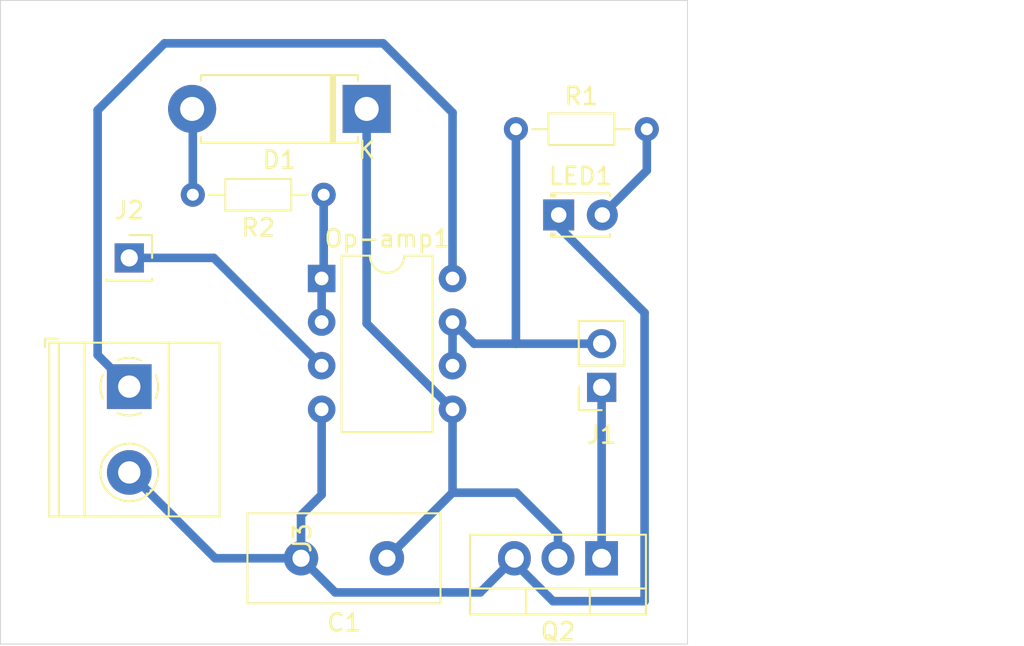
<source format=kicad_pcb>
(kicad_pcb (version 20240108) (generator "pcbnew") (generator_version "8.0")
  (layers (0 "F.Cu" signal) (31 "B.Cu" signal) (34 "B.Paste" user) (35 "F.Paste" user) (36 "B.SilkS" user "B.Silkscreen") (37 "F.SilkS" user "F.Silkscreen") (38 "B.Mask" user) (39 "F.Mask" user) (44 "Edge.Cuts" user))
  (net 0 "")
  (net 1 "GND")
  (net 2 "Net-(D1-K)")
  (net 3 "Net-(D1-A)")
  (net 4 "Net-(J1-Pin_1)")
  (net 5 "Net-(J1-Pin_2)")
  (net 6 "+3V3")
  (net 7 "Net-(LED1-A)")
  (net 8 "Net-(J2-Pin_1)")
  (net 9 "Net-(Op-amp1---Pad2)")
  (footprint "TerminalBlock_Phoenix:TerminalBlock_Phoenix_MKDS-1,5-2_1x02_P5.00mm_Horizontal" (layer "F.Cu") (at 145 107.5 -90)
    (property "Reference" "J3" (at 8.82 -10.08 90) (layer "F.SilkS"))
    (property "Value" "Screw_Terminal_01x02")
    (fp_line (start -2.8 4.9) (end -2.3 4.9) (stroke (width 0.12)) (layer "F.SilkS"))
    (fp_line (start -2.56 4.66) (end 7.56 4.66) (stroke (width 0.12)) (layer "F.SilkS"))
    (fp_line (start -2.8 4.16) (end -2.8 4.9) (stroke (width 0.12)) (layer "F.SilkS"))
    (fp_line (start -2.56 4.1) (end 7.56 4.1) (stroke (width 0.12)) (layer "F.SilkS"))
    (fp_line (start -2.56 2.6) (end 7.56 2.6) (stroke (width 0.12)) (layer "F.SilkS"))
    (fp_line (start 3.966 1.239) (end 3.931 1.274) (stroke (width 0.12)) (layer "F.SilkS"))
    (fp_line (start 3.773 1.023) (end 3.726 1.069) (stroke (width 0.12)) (layer "F.SilkS"))
    (fp_line (start 6.275 -1.069) (end 6.228 -1.023) (stroke (width 0.12)) (layer "F.SilkS"))
    (fp_line (start 6.07 -1.275) (end 6.035 -1.239) (stroke (width 0.12)) (layer "F.SilkS"))
    (fp_line (start -2.56 -2.301) (end 7.56 -2.301) (stroke (width 0.12)) (layer "F.SilkS"))
    (fp_line (start -2.56 -5.261) (end -2.56 4.66) (stroke (width 0.12)) (layer "F.SilkS"))
    (fp_line (start -2.56 -5.261) (end 7.56 -5.261) (stroke (width 0.12)) (layer "F.SilkS"))
    (fp_line (start 7.56 -5.261) (end 7.56 4.66) (stroke (width 0.12)) (layer "F.SilkS"))
    (fp_arc (start 0.028805 1.680253) (mid -0.335551 1.646659) (end -0.684 1.535) (stroke (width 0.12)) (layer "F.SilkS"))
    (fp_arc (start 0.683318 1.534756) (mid 0.349292 1.643288) (end 0 1.68) (stroke (width 0.12)) (layer "F.SilkS"))
    (fp_arc (start -1.535427 0.683042) (mid -1.680501 -0.000524) (end -1.535 -0.684) (stroke (width 0.12)) (layer "F.SilkS"))
    (fp_arc (start 1.535427 -0.683042) (mid 1.680501 0.000524) (end 1.535 0.684) (stroke (width 0.12)) (layer "F.SilkS"))
    (fp_arc (start -0.683042 -1.535427) (mid 0.000524 -1.680501) (end 0.684 -1.535) (stroke (width 0.12)) (layer "F.SilkS"))
    (fp_circle (center 5 0) (end 6.68 0) (stroke (width 0.12)) (fill none) (layer "F.SilkS"))
    (pad "1" thru_hole rect (at 0 0 270) (size 2.6 2.6) (drill 1.3) (layers "*.Cu" "*.Mask") (net 6 "+3V3"))
    (pad "2" thru_hole circle (at 5 0 270) (size 2.6 2.6) (drill 1.3) (layers "*.Cu" "*.Mask") (net 1 "GND"))
  )
  (footprint "Connector_PinSocket_2.54mm:PinSocket_1x01_P2.54mm_Vertical" (layer "F.Cu") (at 145 100)
    (property "Reference" "J2" (at 0 -2.77 0) (layer "F.SilkS"))
    (property "Value" "Conn_01x01_MountingPin")
    (fp_line (start -1.33 1.21) (end -1.33 1.33) (stroke (width 0.12)) (layer "F.SilkS"))
    (fp_line (start -1.33 1.33) (end 1.33 1.33) (stroke (width 0.12)) (layer "F.SilkS"))
    (fp_line (start 0 -1.33) (end 1.33 -1.33) (stroke (width 0.12)) (layer "F.SilkS"))
    (fp_line (start 1.33 -1.33) (end 1.33 0) (stroke (width 0.12)) (layer "F.SilkS"))
    (fp_line (start 1.33 1.21) (end 1.33 1.33) (stroke (width 0.12)) (layer "F.SilkS"))
    (pad "1" thru_hole rect (at 0 0) (size 1.7 1.7) (drill 1) (layers "*.Cu" "*.Mask") (net 8 "Net-(J2-Pin_1)"))
  )
  (footprint "LED_THT:LED_D1.8mm_W3.3mm_H2.4mm" (layer "F.Cu") (at 170 97.5)
    (property "Reference" "LED1" (at 1.27 -2.26 0) (layer "F.SilkS"))
    (property "Value" "LED")
    (fp_line (start -0.44 -1.26) (end -0.44 -1.08) (stroke (width 0.12)) (layer "F.SilkS"))
    (fp_line (start -0.44 -1.26) (end 2.98 -1.26) (stroke (width 0.12)) (layer "F.SilkS"))
    (fp_line (start -0.44 1.08) (end -0.44 1.26) (stroke (width 0.12)) (layer "F.SilkS"))
    (fp_line (start -0.44 1.26) (end 2.98 1.26) (stroke (width 0.12)) (layer "F.SilkS"))
    (fp_line (start -0.32 -1.26) (end -0.32 -1.08) (stroke (width 0.12)) (layer "F.SilkS"))
    (fp_line (start -0.32 1.08) (end -0.32 1.26) (stroke (width 0.12)) (layer "F.SilkS"))
    (fp_line (start -0.2 -1.26) (end -0.2 -1.08) (stroke (width 0.12)) (layer "F.SilkS"))
    (fp_line (start -0.2 1.08) (end -0.2 1.26) (stroke (width 0.12)) (layer "F.SilkS"))
    (fp_line (start 2.98 -1.26) (end 2.98 -1.095) (stroke (width 0.12)) (layer "F.SilkS"))
    (fp_line (start 2.98 1.095) (end 2.98 1.26) (stroke (width 0.12)) (layer "F.SilkS"))
    (pad "1" thru_hole rect (at 0 0) (size 1.8 1.8) (drill 0.9) (layers "*.Cu" "*.Mask") (net 1 "GND"))
    (pad "2" thru_hole circle (at 2.54 0) (size 1.8 1.8) (drill 0.9) (layers "*.Cu" "*.Mask") (net 7 "Net-(LED1-A)"))
  )
  (footprint "Capacitor_THT:C_Disc_D11.0mm_W5.0mm_P5.00mm" (layer "F.Cu") (at 160 117.5 180)
    (property "Reference" "C1" (at 2.5 -3.75 360) (layer "F.SilkS"))
    (property "Value" "C")
    (fp_line (start 8.12 -2.62) (end 8.12 2.62) (stroke (width 0.12)) (layer "F.SilkS"))
    (fp_line (start -3.12 2.62) (end 8.12 2.62) (stroke (width 0.12)) (layer "F.SilkS"))
    (fp_line (start -3.12 -2.62) (end 8.12 -2.62) (stroke (width 0.12)) (layer "F.SilkS"))
    (fp_line (start -3.12 -2.62) (end -3.12 2.62) (stroke (width 0.12)) (layer "F.SilkS"))
    (pad "1" thru_hole circle (at 0 0 180) (size 2 2) (drill 1) (layers "*.Cu" "*.Mask") (net 2 "Net-(D1-K)"))
    (pad "2" thru_hole circle (at 5 0 180) (size 2 2) (drill 1) (layers "*.Cu" "*.Mask") (net 1 "GND"))
  )
  (footprint "Package_TO_SOT_THT:TO-220-3_Vertical" (layer "F.Cu") (at 172.5 117.5 180)
    (property "Reference" "Q2" (at 2.54 -4.27 360) (layer "F.SilkS"))
    (property "Value" "IRLZ34N")
    (fp_line (start 7.66 -3.27) (end 7.66 1.371) (stroke (width 0.12)) (layer "F.SilkS"))
    (fp_line (start 4.391 -3.27) (end 4.391 -1.76) (stroke (width 0.12)) (layer "F.SilkS"))
    (fp_line (start 0.69 -3.27) (end 0.69 -1.76) (stroke (width 0.12)) (layer "F.SilkS"))
    (fp_line (start -2.58 1.371) (end 7.66 1.371) (stroke (width 0.12)) (layer "F.SilkS"))
    (fp_line (start -2.58 -1.76) (end 7.66 -1.76) (stroke (width 0.12)) (layer "F.SilkS"))
    (fp_line (start -2.58 -3.27) (end 7.66 -3.27) (stroke (width 0.12)) (layer "F.SilkS"))
    (fp_line (start -2.58 -3.27) (end -2.58 1.371) (stroke (width 0.12)) (layer "F.SilkS"))
    (pad "1" thru_hole rect (at 0 0 180) (size 1.905 2) (drill 1.1) (layers "*.Cu" "*.Mask") (net 4 "Net-(J1-Pin_1)"))
    (pad "2" thru_hole oval (at 2.54 0 180) (size 1.905 2) (drill 1.1) (layers "*.Cu" "*.Mask") (net 2 "Net-(D1-K)"))
    (pad "3" thru_hole oval (at 5.08 0 180) (size 1.905 2) (drill 1.1) (layers "*.Cu" "*.Mask") (net 1 "GND"))
  )
  (footprint "Connector_PinSocket_2.54mm:PinSocket_1x02_P2.54mm_Vertical" (layer "F.Cu") (at 172.5 107.54 180)
    (property "Reference" "J1" (at 0 -2.77 360) (layer "F.SilkS"))
    (property "Value" "Conn_01x02_MountingPin")
    (fp_line (start 1.33 1.27) (end 1.33 3.87) (stroke (width 0.12)) (layer "F.SilkS"))
    (fp_line (start 1.33 -1.33) (end 1.33 0) (stroke (width 0.12)) (layer "F.SilkS"))
    (fp_line (start 0 -1.33) (end 1.33 -1.33) (stroke (width 0.12)) (layer "F.SilkS"))
    (fp_line (start -1.33 3.87) (end 1.33 3.87) (stroke (width 0.12)) (layer "F.SilkS"))
    (fp_line (start -1.33 1.27) (end 1.33 1.27) (stroke (width 0.12)) (layer "F.SilkS"))
    (fp_line (start -1.33 1.27) (end -1.33 3.87) (stroke (width 0.12)) (layer "F.SilkS"))
    (pad "1" thru_hole rect (at 0 0 180) (size 1.7 1.7) (drill 1) (layers "*.Cu" "*.Mask") (net 4 "Net-(J1-Pin_1)"))
    (pad "2" thru_hole oval (at 0 2.54 180) (size 1.7 1.7) (drill 1) (layers "*.Cu" "*.Mask") (net 5 "Net-(J1-Pin_2)"))
  )
  (footprint "Diode_THT:D_5W_P10.16mm_Horizontal" (layer "F.Cu") (at 158.82 91.32 180)
    (property "Reference" "D1" (at 5.08 -2.97 360) (layer "F.SilkS"))
    (property "Value" "D")
    (fp_line (start 9.65 1.97) (end 9.65 1.64) (stroke (width 0.12)) (layer "F.SilkS"))
    (fp_line (start 9.65 -1.97) (end 9.65 -1.64) (stroke (width 0.12)) (layer "F.SilkS"))
    (fp_line (start 2.085 -1.97) (end 2.085 1.97) (stroke (width 0.12)) (layer "F.SilkS"))
    (fp_line (start 1.965 -1.97) (end 1.965 1.97) (stroke (width 0.12)) (layer "F.SilkS"))
    (fp_line (start 1.845 -1.97) (end 1.845 1.97) (stroke (width 0.12)) (layer "F.SilkS"))
    (fp_line (start 0.51 1.97) (end 9.65 1.97) (stroke (width 0.12)) (layer "F.SilkS"))
    (fp_line (start 0.51 1.64) (end 0.51 1.97) (stroke (width 0.12)) (layer "F.SilkS"))
    (fp_line (start 0.51 -1.64) (end 0.51 -1.97) (stroke (width 0.12)) (layer "F.SilkS"))
    (fp_line (start 0.51 -1.97) (end 9.65 -1.97) (stroke (width 0.12)) (layer "F.SilkS"))
    (fp_text user "K" (at 0 -2.4 360) (layer "F.SilkS"))
    (pad "1" thru_hole rect (at 0 0 180) (size 2.8 2.8) (drill 1.4) (layers "*.Cu" "*.Mask") (net 2 "Net-(D1-K)"))
    (pad "2" thru_hole oval (at 10.16 0 180) (size 2.8 2.8) (drill 1.4) (layers "*.Cu" "*.Mask") (net 3 "Net-(D1-A)"))
  )
  (footprint "Resistor_THT:R_Axial_DIN0204_L3.6mm_D1.6mm_P7.62mm_Horizontal" (layer "F.Cu") (at 167.51 92.5)
    (property "Reference" "R1" (at 3.81 -1.92 0) (layer "F.SilkS"))
    (property "Value" "65 ohm")
    (fp_line (start 0.94 0) (end 1.89 0) (stroke (width 0.12)) (layer "F.SilkS"))
    (fp_line (start 1.89 -0.92) (end 1.89 0.92) (stroke (width 0.12)) (layer "F.SilkS"))
    (fp_line (start 1.89 0.92) (end 5.73 0.92) (stroke (width 0.12)) (layer "F.SilkS"))
    (fp_line (start 5.73 -0.92) (end 1.89 -0.92) (stroke (width 0.12)) (layer "F.SilkS"))
    (fp_line (start 5.73 0.92) (end 5.73 -0.92) (stroke (width 0.12)) (layer "F.SilkS"))
    (fp_line (start 6.68 0) (end 5.73 0) (stroke (width 0.12)) (layer "F.SilkS"))
    (pad "1" thru_hole circle (at 0 0) (size 1.4 1.4) (drill 0.7) (layers "*.Cu" "*.Mask") (net 5 "Net-(J1-Pin_2)"))
    (pad "2" thru_hole oval (at 7.62 0) (size 1.4 1.4) (drill 0.7) (layers "*.Cu" "*.Mask") (net 7 "Net-(LED1-A)"))
  )
  (footprint "Resistor_THT:R_Axial_DIN0204_L3.6mm_D1.6mm_P7.62mm_Horizontal" (layer "F.Cu") (at 156.32 96.32 180)
    (property "Reference" "R2" (at 3.81 -1.92 360) (layer "F.SilkS"))
    (property "Value" "1k")
    (fp_line (start 6.68 0) (end 5.73 0) (stroke (width 0.12)) (layer "F.SilkS"))
    (fp_line (start 5.73 0.92) (end 5.73 -0.92) (stroke (width 0.12)) (layer "F.SilkS"))
    (fp_line (start 5.73 -0.92) (end 1.89 -0.92) (stroke (width 0.12)) (layer "F.SilkS"))
    (fp_line (start 1.89 0.92) (end 5.73 0.92) (stroke (width 0.12)) (layer "F.SilkS"))
    (fp_line (start 1.89 -0.92) (end 1.89 0.92) (stroke (width 0.12)) (layer "F.SilkS"))
    (fp_line (start 0.94 0) (end 1.89 0) (stroke (width 0.12)) (layer "F.SilkS"))
    (pad "1" thru_hole circle (at 0 0 180) (size 1.4 1.4) (drill 0.7) (layers "*.Cu" "*.Mask") (net 9 "Net-(Op-amp1---Pad2)"))
    (pad "2" thru_hole oval (at 7.62 0 180) (size 1.4 1.4) (drill 0.7) (layers "*.Cu" "*.Mask") (net 3 "Net-(D1-A)"))
  )
  (footprint "Package_DIP:DIP-8_W7.62mm" (layer "F.Cu") (at 156.2 101.2)
    (property "Reference" "Op-amp1" (at 3.81 -2.33 0) (layer "F.SilkS"))
    (property "Value" "MCP6001R")
    (fp_line (start 1.16 -1.33) (end 1.16 8.95) (stroke (width 0.12)) (layer "F.SilkS"))
    (fp_line (start 1.16 8.95) (end 6.46 8.95) (stroke (width 0.12)) (layer "F.SilkS"))
    (fp_line (start 2.81 -1.33) (end 1.16 -1.33) (stroke (width 0.12)) (layer "F.SilkS"))
    (fp_line (start 6.46 -1.33) (end 4.81 -1.33) (stroke (width 0.12)) (layer "F.SilkS"))
    (fp_line (start 6.46 8.95) (end 6.46 -1.33) (stroke (width 0.12)) (layer "F.SilkS"))
    (fp_arc (start 4.81 -1.33) (mid 3.81 -0.33) (end 2.81 -1.33) (stroke (width 0.12)) (layer "F.SilkS"))
    (pad "1" thru_hole rect (at 0 0) (size 1.6 1.6) (drill 0.8) (layers "*.Cu" "*.Mask") (net 9 "Net-(Op-amp1---Pad2)"))
    (pad "2" thru_hole oval (at 0 2.54) (size 1.6 1.6) (drill 0.8) (layers "*.Cu" "*.Mask") (net 9 "Net-(Op-amp1---Pad2)"))
    (pad "3" thru_hole oval (at 0 5.08) (size 1.6 1.6) (drill 0.8) (layers "*.Cu" "*.Mask") (net 8 "Net-(J2-Pin_1)"))
    (pad "4" thru_hole oval (at 0 7.62) (size 1.6 1.6) (drill 0.8) (layers "*.Cu" "*.Mask") (net 1 "GND"))
    (pad "5" thru_hole oval (at 7.62 7.62) (size 1.6 1.6) (drill 0.8) (layers "*.Cu" "*.Mask") (net 2 "Net-(D1-K)"))
    (pad "6" thru_hole oval (at 7.62 5.08) (size 1.6 1.6) (drill 0.8) (layers "*.Cu" "*.Mask") (net 5 "Net-(J1-Pin_2)"))
    (pad "7" thru_hole oval (at 7.62 2.54) (size 1.6 1.6) (drill 0.8) (layers "*.Cu" "*.Mask") (net 5 "Net-(J1-Pin_2)"))
    (pad "8" thru_hole oval (at 7.62 0) (size 1.6 1.6) (drill 0.8) (layers "*.Cu" "*.Mask") (net 6 "+3V3"))
  )
  (gr_rect (start 137.5 85) (end 177.5 122.5) (stroke (width 0.05)) (fill none) (layer "Edge.Cuts"))
  (segment (start 167.42 117.5) (end 165.43 119.49) (width 0.5) (layer "B.Cu") (net 1))
  (segment (start 165.43 119.49) (end 156.99 119.49) (width 0.5) (layer "B.Cu") (net 1))
  (segment (start 175 120) (end 169.66539 120) (width 0.5) (layer "B.Cu") (net 1))
  (segment (start 145 112.5) (end 150 117.5) (width 0.5) (layer "B.Cu") (net 1))
  (segment (start 156.2 113.8) (end 156.2 108.82) (width 0.5) (layer "B.Cu") (net 1))
  (segment (start 150 117.5) (end 155 117.5) (width 0.5) (layer "B.Cu") (net 1))
  (segment (start 167.42 117.75461) (end 167.42 117.5) (width 0.5) (layer "B.Cu") (net 1))
  (segment (start 155 115) (end 156.2 113.8) (width 0.5) (layer "B.Cu") (net 1))
  (segment (start 170 97.5) (end 170 98.2) (width 0.5) (layer "B.Cu") (net 1))
  (segment (start 174.3 102.5) (end 175 103.2) (width 0.5) (layer "B.Cu") (net 1))
  (segment (start 169.66539 120) (end 167.42 117.75461) (width 0.5) (layer "B.Cu") (net 1))
  (segment (start 155 117.5) (end 155 115) (width 0.5) (layer "B.Cu") (net 1))
  (segment (start 175 103.2) (end 175 120) (width 0.5) (layer "B.Cu") (net 1))
  (segment (start 170 98.2) (end 174.3 102.5) (width 0.5) (layer "B.Cu") (net 1))
  (segment (start 156.99 119.49) (end 155 117.5) (width 0.5) (layer "B.Cu") (net 1))
  (segment (start 158.82 103.82) (end 163.82 108.82) (width 0.5) (layer "B.Cu") (net 2))
  (segment (start 163.82 113.68) (end 163.82 108.82) (width 0.5) (layer "B.Cu") (net 2))
  (segment (start 160 117.5) (end 163.82 113.68) (width 0.5) (layer "B.Cu") (net 2))
  (segment (start 169.96 116.095) (end 167.545 113.68) (width 0.5) (layer "B.Cu") (net 2))
  (segment (start 169.96 117.5) (end 169.96 116.095) (width 0.5) (layer "B.Cu") (net 2))
  (segment (start 158.82 91.32) (end 158.82 103.82) (width 0.5) (layer "B.Cu") (net 2))
  (segment (start 167.545 113.68) (end 163.82 113.68) (width 0.5) (layer "B.Cu") (net 2))
  (segment (start 148.7 91.36) (end 148.66 91.32) (width 0.5) (layer "B.Cu") (net 3))
  (segment (start 148.7 96.32) (end 148.7 91.36) (width 0.5) (layer "B.Cu") (net 3))
  (segment (start 172.5 117.5) (end 172.5 107.54) (width 0.5) (layer "B.Cu") (net 4))
  (segment (start 167.5 105) (end 165.08 105) (width 0.5) (layer "B.Cu") (net 5))
  (segment (start 165.08 105) (end 163.82 103.74) (width 0.5) (layer "B.Cu") (net 5))
  (segment (start 167.51 92.5) (end 167.51 104.99) (width 0.5) (layer "B.Cu") (net 5))
  (segment (start 163.82 106.28) (end 163.82 103.74) (width 0.5) (layer "B.Cu") (net 5))
  (segment (start 172.5 105) (end 167.5 105) (width 0.5) (layer "B.Cu") (net 5))
  (segment (start 145 107.5) (end 143.16 105.66) (width 0.5) (layer "B.Cu") (net 6))
  (segment (start 147.050014 87.5) (end 159.78 87.5) (width 0.5) (layer "B.Cu") (net 6))
  (segment (start 163.82 91.54) (end 163.82 101.2) (width 0.5) (layer "B.Cu") (net 6))
  (segment (start 143.16 105.66) (end 143.16 91.390014) (width 0.5) (layer "B.Cu") (net 6))
  (segment (start 159.78 87.5) (end 163.82 91.54) (width 0.5) (layer "B.Cu") (net 6))
  (segment (start 143.16 91.390014) (end 147.050014 87.5) (width 0.5) (layer "B.Cu") (net 6))
  (segment (start 172.54 97.5) (end 175.13 94.91) (width 0.5) (layer "B.Cu") (net 7))
  (segment (start 175.13 94.91) (end 175.13 92.5) (width 0.5) (layer "B.Cu") (net 7))
  (segment (start 145 100) (end 149.92 100) (width 0.5) (layer "B.Cu") (net 8))
  (segment (start 149.92 100) (end 156.2 106.28) (width 0.5) (layer "B.Cu") (net 8))
  (segment (start 156.2 103.74) (end 156.2 101.2) (width 0.5) (layer "B.Cu") (net 9))
  (segment (start 156.32 101.08) (end 156.2 101.2) (width 0.5) (layer "B.Cu") (net 9))
  (segment (start 156.32 96.32) (end 156.32 101.08) (width 0.5) (layer "B.Cu") (net 9))
)
</source>
